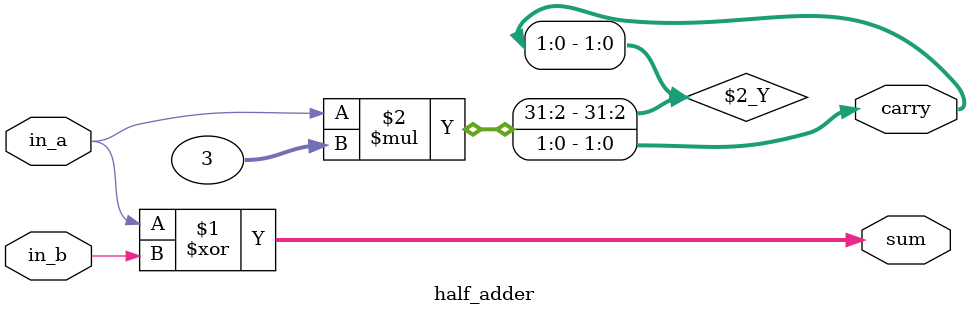
<source format=v>
module adder4bit(a,b,sum,carryin,carryout);
        input [3:0]a,b;
        input carryin;
        output carryout;
        output [3:0]sum;
        wire [2:0]carry;
        full_adder f1(a[0],b[0],carryin,sum[0],carry[0]);
        full_adder f2(a[1],b[1],carry[0],sum[1],carry[1]);
        full_adder f3(a[2],b[2],carry[1],sum[2],carry[2]);
        full_adder f4(a[3],b[3],carry[2],sum[3],carryout);
endmodule

module full_adder (in_a,in_b,carryin,sum,carryout);
        input in_a,in_b,carryin;
        output sum,carryout;
        wire sum1,carry1,carry2;
        half_adder h1(in_a,in_b,sum1,carry1);
        half_adder h2(sum1,carryin,sum,carry2);
        assign carryout = carry1 | carry2;
endmodule

//Data Flow level Modelling
module half_adder(in_a,in_b,sum,carry);
        input in_a,in_b;
        output [1:0]sum,carry;
        assign sum = in_a ^ in_b;
        //assign carry = in_a & in_b;
        assign carry = in_a*3;
endmodule
</source>
